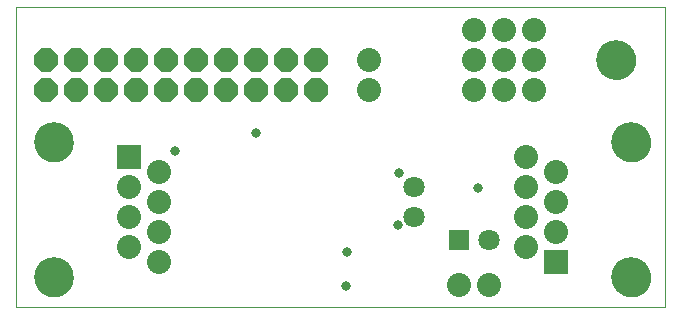
<source format=gbs>
G75*
%MOIN*%
%OFA0B0*%
%FSLAX25Y25*%
%IPPOS*%
%LPD*%
%AMOC8*
5,1,8,0,0,1.08239X$1,22.5*
%
%ADD10C,0.00000*%
%ADD11C,0.08000*%
%ADD12R,0.08000X0.08000*%
%ADD13C,0.13198*%
%ADD14OC8,0.08000*%
%ADD15C,0.07100*%
%ADD16R,0.07100X0.07100*%
%ADD17C,0.03300*%
D10*
X0031420Y0001000D02*
X0031420Y0101000D01*
X0247670Y0101000D01*
X0247670Y0001000D01*
X0031420Y0001000D01*
X0037621Y0011000D02*
X0037623Y0011158D01*
X0037629Y0011316D01*
X0037639Y0011474D01*
X0037653Y0011632D01*
X0037671Y0011789D01*
X0037692Y0011946D01*
X0037718Y0012102D01*
X0037748Y0012258D01*
X0037781Y0012413D01*
X0037819Y0012566D01*
X0037860Y0012719D01*
X0037905Y0012871D01*
X0037954Y0013022D01*
X0038007Y0013171D01*
X0038063Y0013319D01*
X0038123Y0013465D01*
X0038187Y0013610D01*
X0038255Y0013753D01*
X0038326Y0013895D01*
X0038400Y0014035D01*
X0038478Y0014172D01*
X0038560Y0014308D01*
X0038644Y0014442D01*
X0038733Y0014573D01*
X0038824Y0014702D01*
X0038919Y0014829D01*
X0039016Y0014954D01*
X0039117Y0015076D01*
X0039221Y0015195D01*
X0039328Y0015312D01*
X0039438Y0015426D01*
X0039551Y0015537D01*
X0039666Y0015646D01*
X0039784Y0015751D01*
X0039905Y0015853D01*
X0040028Y0015953D01*
X0040154Y0016049D01*
X0040282Y0016142D01*
X0040412Y0016232D01*
X0040545Y0016318D01*
X0040680Y0016402D01*
X0040816Y0016481D01*
X0040955Y0016558D01*
X0041096Y0016630D01*
X0041238Y0016700D01*
X0041382Y0016765D01*
X0041528Y0016827D01*
X0041675Y0016885D01*
X0041824Y0016940D01*
X0041974Y0016991D01*
X0042125Y0017038D01*
X0042277Y0017081D01*
X0042430Y0017120D01*
X0042585Y0017156D01*
X0042740Y0017187D01*
X0042896Y0017215D01*
X0043052Y0017239D01*
X0043209Y0017259D01*
X0043367Y0017275D01*
X0043524Y0017287D01*
X0043683Y0017295D01*
X0043841Y0017299D01*
X0043999Y0017299D01*
X0044157Y0017295D01*
X0044316Y0017287D01*
X0044473Y0017275D01*
X0044631Y0017259D01*
X0044788Y0017239D01*
X0044944Y0017215D01*
X0045100Y0017187D01*
X0045255Y0017156D01*
X0045410Y0017120D01*
X0045563Y0017081D01*
X0045715Y0017038D01*
X0045866Y0016991D01*
X0046016Y0016940D01*
X0046165Y0016885D01*
X0046312Y0016827D01*
X0046458Y0016765D01*
X0046602Y0016700D01*
X0046744Y0016630D01*
X0046885Y0016558D01*
X0047024Y0016481D01*
X0047160Y0016402D01*
X0047295Y0016318D01*
X0047428Y0016232D01*
X0047558Y0016142D01*
X0047686Y0016049D01*
X0047812Y0015953D01*
X0047935Y0015853D01*
X0048056Y0015751D01*
X0048174Y0015646D01*
X0048289Y0015537D01*
X0048402Y0015426D01*
X0048512Y0015312D01*
X0048619Y0015195D01*
X0048723Y0015076D01*
X0048824Y0014954D01*
X0048921Y0014829D01*
X0049016Y0014702D01*
X0049107Y0014573D01*
X0049196Y0014442D01*
X0049280Y0014308D01*
X0049362Y0014172D01*
X0049440Y0014035D01*
X0049514Y0013895D01*
X0049585Y0013753D01*
X0049653Y0013610D01*
X0049717Y0013465D01*
X0049777Y0013319D01*
X0049833Y0013171D01*
X0049886Y0013022D01*
X0049935Y0012871D01*
X0049980Y0012719D01*
X0050021Y0012566D01*
X0050059Y0012413D01*
X0050092Y0012258D01*
X0050122Y0012102D01*
X0050148Y0011946D01*
X0050169Y0011789D01*
X0050187Y0011632D01*
X0050201Y0011474D01*
X0050211Y0011316D01*
X0050217Y0011158D01*
X0050219Y0011000D01*
X0050217Y0010842D01*
X0050211Y0010684D01*
X0050201Y0010526D01*
X0050187Y0010368D01*
X0050169Y0010211D01*
X0050148Y0010054D01*
X0050122Y0009898D01*
X0050092Y0009742D01*
X0050059Y0009587D01*
X0050021Y0009434D01*
X0049980Y0009281D01*
X0049935Y0009129D01*
X0049886Y0008978D01*
X0049833Y0008829D01*
X0049777Y0008681D01*
X0049717Y0008535D01*
X0049653Y0008390D01*
X0049585Y0008247D01*
X0049514Y0008105D01*
X0049440Y0007965D01*
X0049362Y0007828D01*
X0049280Y0007692D01*
X0049196Y0007558D01*
X0049107Y0007427D01*
X0049016Y0007298D01*
X0048921Y0007171D01*
X0048824Y0007046D01*
X0048723Y0006924D01*
X0048619Y0006805D01*
X0048512Y0006688D01*
X0048402Y0006574D01*
X0048289Y0006463D01*
X0048174Y0006354D01*
X0048056Y0006249D01*
X0047935Y0006147D01*
X0047812Y0006047D01*
X0047686Y0005951D01*
X0047558Y0005858D01*
X0047428Y0005768D01*
X0047295Y0005682D01*
X0047160Y0005598D01*
X0047024Y0005519D01*
X0046885Y0005442D01*
X0046744Y0005370D01*
X0046602Y0005300D01*
X0046458Y0005235D01*
X0046312Y0005173D01*
X0046165Y0005115D01*
X0046016Y0005060D01*
X0045866Y0005009D01*
X0045715Y0004962D01*
X0045563Y0004919D01*
X0045410Y0004880D01*
X0045255Y0004844D01*
X0045100Y0004813D01*
X0044944Y0004785D01*
X0044788Y0004761D01*
X0044631Y0004741D01*
X0044473Y0004725D01*
X0044316Y0004713D01*
X0044157Y0004705D01*
X0043999Y0004701D01*
X0043841Y0004701D01*
X0043683Y0004705D01*
X0043524Y0004713D01*
X0043367Y0004725D01*
X0043209Y0004741D01*
X0043052Y0004761D01*
X0042896Y0004785D01*
X0042740Y0004813D01*
X0042585Y0004844D01*
X0042430Y0004880D01*
X0042277Y0004919D01*
X0042125Y0004962D01*
X0041974Y0005009D01*
X0041824Y0005060D01*
X0041675Y0005115D01*
X0041528Y0005173D01*
X0041382Y0005235D01*
X0041238Y0005300D01*
X0041096Y0005370D01*
X0040955Y0005442D01*
X0040816Y0005519D01*
X0040680Y0005598D01*
X0040545Y0005682D01*
X0040412Y0005768D01*
X0040282Y0005858D01*
X0040154Y0005951D01*
X0040028Y0006047D01*
X0039905Y0006147D01*
X0039784Y0006249D01*
X0039666Y0006354D01*
X0039551Y0006463D01*
X0039438Y0006574D01*
X0039328Y0006688D01*
X0039221Y0006805D01*
X0039117Y0006924D01*
X0039016Y0007046D01*
X0038919Y0007171D01*
X0038824Y0007298D01*
X0038733Y0007427D01*
X0038644Y0007558D01*
X0038560Y0007692D01*
X0038478Y0007828D01*
X0038400Y0007965D01*
X0038326Y0008105D01*
X0038255Y0008247D01*
X0038187Y0008390D01*
X0038123Y0008535D01*
X0038063Y0008681D01*
X0038007Y0008829D01*
X0037954Y0008978D01*
X0037905Y0009129D01*
X0037860Y0009281D01*
X0037819Y0009434D01*
X0037781Y0009587D01*
X0037748Y0009742D01*
X0037718Y0009898D01*
X0037692Y0010054D01*
X0037671Y0010211D01*
X0037653Y0010368D01*
X0037639Y0010526D01*
X0037629Y0010684D01*
X0037623Y0010842D01*
X0037621Y0011000D01*
X0037621Y0056000D02*
X0037623Y0056158D01*
X0037629Y0056316D01*
X0037639Y0056474D01*
X0037653Y0056632D01*
X0037671Y0056789D01*
X0037692Y0056946D01*
X0037718Y0057102D01*
X0037748Y0057258D01*
X0037781Y0057413D01*
X0037819Y0057566D01*
X0037860Y0057719D01*
X0037905Y0057871D01*
X0037954Y0058022D01*
X0038007Y0058171D01*
X0038063Y0058319D01*
X0038123Y0058465D01*
X0038187Y0058610D01*
X0038255Y0058753D01*
X0038326Y0058895D01*
X0038400Y0059035D01*
X0038478Y0059172D01*
X0038560Y0059308D01*
X0038644Y0059442D01*
X0038733Y0059573D01*
X0038824Y0059702D01*
X0038919Y0059829D01*
X0039016Y0059954D01*
X0039117Y0060076D01*
X0039221Y0060195D01*
X0039328Y0060312D01*
X0039438Y0060426D01*
X0039551Y0060537D01*
X0039666Y0060646D01*
X0039784Y0060751D01*
X0039905Y0060853D01*
X0040028Y0060953D01*
X0040154Y0061049D01*
X0040282Y0061142D01*
X0040412Y0061232D01*
X0040545Y0061318D01*
X0040680Y0061402D01*
X0040816Y0061481D01*
X0040955Y0061558D01*
X0041096Y0061630D01*
X0041238Y0061700D01*
X0041382Y0061765D01*
X0041528Y0061827D01*
X0041675Y0061885D01*
X0041824Y0061940D01*
X0041974Y0061991D01*
X0042125Y0062038D01*
X0042277Y0062081D01*
X0042430Y0062120D01*
X0042585Y0062156D01*
X0042740Y0062187D01*
X0042896Y0062215D01*
X0043052Y0062239D01*
X0043209Y0062259D01*
X0043367Y0062275D01*
X0043524Y0062287D01*
X0043683Y0062295D01*
X0043841Y0062299D01*
X0043999Y0062299D01*
X0044157Y0062295D01*
X0044316Y0062287D01*
X0044473Y0062275D01*
X0044631Y0062259D01*
X0044788Y0062239D01*
X0044944Y0062215D01*
X0045100Y0062187D01*
X0045255Y0062156D01*
X0045410Y0062120D01*
X0045563Y0062081D01*
X0045715Y0062038D01*
X0045866Y0061991D01*
X0046016Y0061940D01*
X0046165Y0061885D01*
X0046312Y0061827D01*
X0046458Y0061765D01*
X0046602Y0061700D01*
X0046744Y0061630D01*
X0046885Y0061558D01*
X0047024Y0061481D01*
X0047160Y0061402D01*
X0047295Y0061318D01*
X0047428Y0061232D01*
X0047558Y0061142D01*
X0047686Y0061049D01*
X0047812Y0060953D01*
X0047935Y0060853D01*
X0048056Y0060751D01*
X0048174Y0060646D01*
X0048289Y0060537D01*
X0048402Y0060426D01*
X0048512Y0060312D01*
X0048619Y0060195D01*
X0048723Y0060076D01*
X0048824Y0059954D01*
X0048921Y0059829D01*
X0049016Y0059702D01*
X0049107Y0059573D01*
X0049196Y0059442D01*
X0049280Y0059308D01*
X0049362Y0059172D01*
X0049440Y0059035D01*
X0049514Y0058895D01*
X0049585Y0058753D01*
X0049653Y0058610D01*
X0049717Y0058465D01*
X0049777Y0058319D01*
X0049833Y0058171D01*
X0049886Y0058022D01*
X0049935Y0057871D01*
X0049980Y0057719D01*
X0050021Y0057566D01*
X0050059Y0057413D01*
X0050092Y0057258D01*
X0050122Y0057102D01*
X0050148Y0056946D01*
X0050169Y0056789D01*
X0050187Y0056632D01*
X0050201Y0056474D01*
X0050211Y0056316D01*
X0050217Y0056158D01*
X0050219Y0056000D01*
X0050217Y0055842D01*
X0050211Y0055684D01*
X0050201Y0055526D01*
X0050187Y0055368D01*
X0050169Y0055211D01*
X0050148Y0055054D01*
X0050122Y0054898D01*
X0050092Y0054742D01*
X0050059Y0054587D01*
X0050021Y0054434D01*
X0049980Y0054281D01*
X0049935Y0054129D01*
X0049886Y0053978D01*
X0049833Y0053829D01*
X0049777Y0053681D01*
X0049717Y0053535D01*
X0049653Y0053390D01*
X0049585Y0053247D01*
X0049514Y0053105D01*
X0049440Y0052965D01*
X0049362Y0052828D01*
X0049280Y0052692D01*
X0049196Y0052558D01*
X0049107Y0052427D01*
X0049016Y0052298D01*
X0048921Y0052171D01*
X0048824Y0052046D01*
X0048723Y0051924D01*
X0048619Y0051805D01*
X0048512Y0051688D01*
X0048402Y0051574D01*
X0048289Y0051463D01*
X0048174Y0051354D01*
X0048056Y0051249D01*
X0047935Y0051147D01*
X0047812Y0051047D01*
X0047686Y0050951D01*
X0047558Y0050858D01*
X0047428Y0050768D01*
X0047295Y0050682D01*
X0047160Y0050598D01*
X0047024Y0050519D01*
X0046885Y0050442D01*
X0046744Y0050370D01*
X0046602Y0050300D01*
X0046458Y0050235D01*
X0046312Y0050173D01*
X0046165Y0050115D01*
X0046016Y0050060D01*
X0045866Y0050009D01*
X0045715Y0049962D01*
X0045563Y0049919D01*
X0045410Y0049880D01*
X0045255Y0049844D01*
X0045100Y0049813D01*
X0044944Y0049785D01*
X0044788Y0049761D01*
X0044631Y0049741D01*
X0044473Y0049725D01*
X0044316Y0049713D01*
X0044157Y0049705D01*
X0043999Y0049701D01*
X0043841Y0049701D01*
X0043683Y0049705D01*
X0043524Y0049713D01*
X0043367Y0049725D01*
X0043209Y0049741D01*
X0043052Y0049761D01*
X0042896Y0049785D01*
X0042740Y0049813D01*
X0042585Y0049844D01*
X0042430Y0049880D01*
X0042277Y0049919D01*
X0042125Y0049962D01*
X0041974Y0050009D01*
X0041824Y0050060D01*
X0041675Y0050115D01*
X0041528Y0050173D01*
X0041382Y0050235D01*
X0041238Y0050300D01*
X0041096Y0050370D01*
X0040955Y0050442D01*
X0040816Y0050519D01*
X0040680Y0050598D01*
X0040545Y0050682D01*
X0040412Y0050768D01*
X0040282Y0050858D01*
X0040154Y0050951D01*
X0040028Y0051047D01*
X0039905Y0051147D01*
X0039784Y0051249D01*
X0039666Y0051354D01*
X0039551Y0051463D01*
X0039438Y0051574D01*
X0039328Y0051688D01*
X0039221Y0051805D01*
X0039117Y0051924D01*
X0039016Y0052046D01*
X0038919Y0052171D01*
X0038824Y0052298D01*
X0038733Y0052427D01*
X0038644Y0052558D01*
X0038560Y0052692D01*
X0038478Y0052828D01*
X0038400Y0052965D01*
X0038326Y0053105D01*
X0038255Y0053247D01*
X0038187Y0053390D01*
X0038123Y0053535D01*
X0038063Y0053681D01*
X0038007Y0053829D01*
X0037954Y0053978D01*
X0037905Y0054129D01*
X0037860Y0054281D01*
X0037819Y0054434D01*
X0037781Y0054587D01*
X0037748Y0054742D01*
X0037718Y0054898D01*
X0037692Y0055054D01*
X0037671Y0055211D01*
X0037653Y0055368D01*
X0037639Y0055526D01*
X0037629Y0055684D01*
X0037623Y0055842D01*
X0037621Y0056000D01*
X0225121Y0083500D02*
X0225123Y0083658D01*
X0225129Y0083816D01*
X0225139Y0083974D01*
X0225153Y0084132D01*
X0225171Y0084289D01*
X0225192Y0084446D01*
X0225218Y0084602D01*
X0225248Y0084758D01*
X0225281Y0084913D01*
X0225319Y0085066D01*
X0225360Y0085219D01*
X0225405Y0085371D01*
X0225454Y0085522D01*
X0225507Y0085671D01*
X0225563Y0085819D01*
X0225623Y0085965D01*
X0225687Y0086110D01*
X0225755Y0086253D01*
X0225826Y0086395D01*
X0225900Y0086535D01*
X0225978Y0086672D01*
X0226060Y0086808D01*
X0226144Y0086942D01*
X0226233Y0087073D01*
X0226324Y0087202D01*
X0226419Y0087329D01*
X0226516Y0087454D01*
X0226617Y0087576D01*
X0226721Y0087695D01*
X0226828Y0087812D01*
X0226938Y0087926D01*
X0227051Y0088037D01*
X0227166Y0088146D01*
X0227284Y0088251D01*
X0227405Y0088353D01*
X0227528Y0088453D01*
X0227654Y0088549D01*
X0227782Y0088642D01*
X0227912Y0088732D01*
X0228045Y0088818D01*
X0228180Y0088902D01*
X0228316Y0088981D01*
X0228455Y0089058D01*
X0228596Y0089130D01*
X0228738Y0089200D01*
X0228882Y0089265D01*
X0229028Y0089327D01*
X0229175Y0089385D01*
X0229324Y0089440D01*
X0229474Y0089491D01*
X0229625Y0089538D01*
X0229777Y0089581D01*
X0229930Y0089620D01*
X0230085Y0089656D01*
X0230240Y0089687D01*
X0230396Y0089715D01*
X0230552Y0089739D01*
X0230709Y0089759D01*
X0230867Y0089775D01*
X0231024Y0089787D01*
X0231183Y0089795D01*
X0231341Y0089799D01*
X0231499Y0089799D01*
X0231657Y0089795D01*
X0231816Y0089787D01*
X0231973Y0089775D01*
X0232131Y0089759D01*
X0232288Y0089739D01*
X0232444Y0089715D01*
X0232600Y0089687D01*
X0232755Y0089656D01*
X0232910Y0089620D01*
X0233063Y0089581D01*
X0233215Y0089538D01*
X0233366Y0089491D01*
X0233516Y0089440D01*
X0233665Y0089385D01*
X0233812Y0089327D01*
X0233958Y0089265D01*
X0234102Y0089200D01*
X0234244Y0089130D01*
X0234385Y0089058D01*
X0234524Y0088981D01*
X0234660Y0088902D01*
X0234795Y0088818D01*
X0234928Y0088732D01*
X0235058Y0088642D01*
X0235186Y0088549D01*
X0235312Y0088453D01*
X0235435Y0088353D01*
X0235556Y0088251D01*
X0235674Y0088146D01*
X0235789Y0088037D01*
X0235902Y0087926D01*
X0236012Y0087812D01*
X0236119Y0087695D01*
X0236223Y0087576D01*
X0236324Y0087454D01*
X0236421Y0087329D01*
X0236516Y0087202D01*
X0236607Y0087073D01*
X0236696Y0086942D01*
X0236780Y0086808D01*
X0236862Y0086672D01*
X0236940Y0086535D01*
X0237014Y0086395D01*
X0237085Y0086253D01*
X0237153Y0086110D01*
X0237217Y0085965D01*
X0237277Y0085819D01*
X0237333Y0085671D01*
X0237386Y0085522D01*
X0237435Y0085371D01*
X0237480Y0085219D01*
X0237521Y0085066D01*
X0237559Y0084913D01*
X0237592Y0084758D01*
X0237622Y0084602D01*
X0237648Y0084446D01*
X0237669Y0084289D01*
X0237687Y0084132D01*
X0237701Y0083974D01*
X0237711Y0083816D01*
X0237717Y0083658D01*
X0237719Y0083500D01*
X0237717Y0083342D01*
X0237711Y0083184D01*
X0237701Y0083026D01*
X0237687Y0082868D01*
X0237669Y0082711D01*
X0237648Y0082554D01*
X0237622Y0082398D01*
X0237592Y0082242D01*
X0237559Y0082087D01*
X0237521Y0081934D01*
X0237480Y0081781D01*
X0237435Y0081629D01*
X0237386Y0081478D01*
X0237333Y0081329D01*
X0237277Y0081181D01*
X0237217Y0081035D01*
X0237153Y0080890D01*
X0237085Y0080747D01*
X0237014Y0080605D01*
X0236940Y0080465D01*
X0236862Y0080328D01*
X0236780Y0080192D01*
X0236696Y0080058D01*
X0236607Y0079927D01*
X0236516Y0079798D01*
X0236421Y0079671D01*
X0236324Y0079546D01*
X0236223Y0079424D01*
X0236119Y0079305D01*
X0236012Y0079188D01*
X0235902Y0079074D01*
X0235789Y0078963D01*
X0235674Y0078854D01*
X0235556Y0078749D01*
X0235435Y0078647D01*
X0235312Y0078547D01*
X0235186Y0078451D01*
X0235058Y0078358D01*
X0234928Y0078268D01*
X0234795Y0078182D01*
X0234660Y0078098D01*
X0234524Y0078019D01*
X0234385Y0077942D01*
X0234244Y0077870D01*
X0234102Y0077800D01*
X0233958Y0077735D01*
X0233812Y0077673D01*
X0233665Y0077615D01*
X0233516Y0077560D01*
X0233366Y0077509D01*
X0233215Y0077462D01*
X0233063Y0077419D01*
X0232910Y0077380D01*
X0232755Y0077344D01*
X0232600Y0077313D01*
X0232444Y0077285D01*
X0232288Y0077261D01*
X0232131Y0077241D01*
X0231973Y0077225D01*
X0231816Y0077213D01*
X0231657Y0077205D01*
X0231499Y0077201D01*
X0231341Y0077201D01*
X0231183Y0077205D01*
X0231024Y0077213D01*
X0230867Y0077225D01*
X0230709Y0077241D01*
X0230552Y0077261D01*
X0230396Y0077285D01*
X0230240Y0077313D01*
X0230085Y0077344D01*
X0229930Y0077380D01*
X0229777Y0077419D01*
X0229625Y0077462D01*
X0229474Y0077509D01*
X0229324Y0077560D01*
X0229175Y0077615D01*
X0229028Y0077673D01*
X0228882Y0077735D01*
X0228738Y0077800D01*
X0228596Y0077870D01*
X0228455Y0077942D01*
X0228316Y0078019D01*
X0228180Y0078098D01*
X0228045Y0078182D01*
X0227912Y0078268D01*
X0227782Y0078358D01*
X0227654Y0078451D01*
X0227528Y0078547D01*
X0227405Y0078647D01*
X0227284Y0078749D01*
X0227166Y0078854D01*
X0227051Y0078963D01*
X0226938Y0079074D01*
X0226828Y0079188D01*
X0226721Y0079305D01*
X0226617Y0079424D01*
X0226516Y0079546D01*
X0226419Y0079671D01*
X0226324Y0079798D01*
X0226233Y0079927D01*
X0226144Y0080058D01*
X0226060Y0080192D01*
X0225978Y0080328D01*
X0225900Y0080465D01*
X0225826Y0080605D01*
X0225755Y0080747D01*
X0225687Y0080890D01*
X0225623Y0081035D01*
X0225563Y0081181D01*
X0225507Y0081329D01*
X0225454Y0081478D01*
X0225405Y0081629D01*
X0225360Y0081781D01*
X0225319Y0081934D01*
X0225281Y0082087D01*
X0225248Y0082242D01*
X0225218Y0082398D01*
X0225192Y0082554D01*
X0225171Y0082711D01*
X0225153Y0082868D01*
X0225139Y0083026D01*
X0225129Y0083184D01*
X0225123Y0083342D01*
X0225121Y0083500D01*
X0230121Y0056000D02*
X0230123Y0056158D01*
X0230129Y0056316D01*
X0230139Y0056474D01*
X0230153Y0056632D01*
X0230171Y0056789D01*
X0230192Y0056946D01*
X0230218Y0057102D01*
X0230248Y0057258D01*
X0230281Y0057413D01*
X0230319Y0057566D01*
X0230360Y0057719D01*
X0230405Y0057871D01*
X0230454Y0058022D01*
X0230507Y0058171D01*
X0230563Y0058319D01*
X0230623Y0058465D01*
X0230687Y0058610D01*
X0230755Y0058753D01*
X0230826Y0058895D01*
X0230900Y0059035D01*
X0230978Y0059172D01*
X0231060Y0059308D01*
X0231144Y0059442D01*
X0231233Y0059573D01*
X0231324Y0059702D01*
X0231419Y0059829D01*
X0231516Y0059954D01*
X0231617Y0060076D01*
X0231721Y0060195D01*
X0231828Y0060312D01*
X0231938Y0060426D01*
X0232051Y0060537D01*
X0232166Y0060646D01*
X0232284Y0060751D01*
X0232405Y0060853D01*
X0232528Y0060953D01*
X0232654Y0061049D01*
X0232782Y0061142D01*
X0232912Y0061232D01*
X0233045Y0061318D01*
X0233180Y0061402D01*
X0233316Y0061481D01*
X0233455Y0061558D01*
X0233596Y0061630D01*
X0233738Y0061700D01*
X0233882Y0061765D01*
X0234028Y0061827D01*
X0234175Y0061885D01*
X0234324Y0061940D01*
X0234474Y0061991D01*
X0234625Y0062038D01*
X0234777Y0062081D01*
X0234930Y0062120D01*
X0235085Y0062156D01*
X0235240Y0062187D01*
X0235396Y0062215D01*
X0235552Y0062239D01*
X0235709Y0062259D01*
X0235867Y0062275D01*
X0236024Y0062287D01*
X0236183Y0062295D01*
X0236341Y0062299D01*
X0236499Y0062299D01*
X0236657Y0062295D01*
X0236816Y0062287D01*
X0236973Y0062275D01*
X0237131Y0062259D01*
X0237288Y0062239D01*
X0237444Y0062215D01*
X0237600Y0062187D01*
X0237755Y0062156D01*
X0237910Y0062120D01*
X0238063Y0062081D01*
X0238215Y0062038D01*
X0238366Y0061991D01*
X0238516Y0061940D01*
X0238665Y0061885D01*
X0238812Y0061827D01*
X0238958Y0061765D01*
X0239102Y0061700D01*
X0239244Y0061630D01*
X0239385Y0061558D01*
X0239524Y0061481D01*
X0239660Y0061402D01*
X0239795Y0061318D01*
X0239928Y0061232D01*
X0240058Y0061142D01*
X0240186Y0061049D01*
X0240312Y0060953D01*
X0240435Y0060853D01*
X0240556Y0060751D01*
X0240674Y0060646D01*
X0240789Y0060537D01*
X0240902Y0060426D01*
X0241012Y0060312D01*
X0241119Y0060195D01*
X0241223Y0060076D01*
X0241324Y0059954D01*
X0241421Y0059829D01*
X0241516Y0059702D01*
X0241607Y0059573D01*
X0241696Y0059442D01*
X0241780Y0059308D01*
X0241862Y0059172D01*
X0241940Y0059035D01*
X0242014Y0058895D01*
X0242085Y0058753D01*
X0242153Y0058610D01*
X0242217Y0058465D01*
X0242277Y0058319D01*
X0242333Y0058171D01*
X0242386Y0058022D01*
X0242435Y0057871D01*
X0242480Y0057719D01*
X0242521Y0057566D01*
X0242559Y0057413D01*
X0242592Y0057258D01*
X0242622Y0057102D01*
X0242648Y0056946D01*
X0242669Y0056789D01*
X0242687Y0056632D01*
X0242701Y0056474D01*
X0242711Y0056316D01*
X0242717Y0056158D01*
X0242719Y0056000D01*
X0242717Y0055842D01*
X0242711Y0055684D01*
X0242701Y0055526D01*
X0242687Y0055368D01*
X0242669Y0055211D01*
X0242648Y0055054D01*
X0242622Y0054898D01*
X0242592Y0054742D01*
X0242559Y0054587D01*
X0242521Y0054434D01*
X0242480Y0054281D01*
X0242435Y0054129D01*
X0242386Y0053978D01*
X0242333Y0053829D01*
X0242277Y0053681D01*
X0242217Y0053535D01*
X0242153Y0053390D01*
X0242085Y0053247D01*
X0242014Y0053105D01*
X0241940Y0052965D01*
X0241862Y0052828D01*
X0241780Y0052692D01*
X0241696Y0052558D01*
X0241607Y0052427D01*
X0241516Y0052298D01*
X0241421Y0052171D01*
X0241324Y0052046D01*
X0241223Y0051924D01*
X0241119Y0051805D01*
X0241012Y0051688D01*
X0240902Y0051574D01*
X0240789Y0051463D01*
X0240674Y0051354D01*
X0240556Y0051249D01*
X0240435Y0051147D01*
X0240312Y0051047D01*
X0240186Y0050951D01*
X0240058Y0050858D01*
X0239928Y0050768D01*
X0239795Y0050682D01*
X0239660Y0050598D01*
X0239524Y0050519D01*
X0239385Y0050442D01*
X0239244Y0050370D01*
X0239102Y0050300D01*
X0238958Y0050235D01*
X0238812Y0050173D01*
X0238665Y0050115D01*
X0238516Y0050060D01*
X0238366Y0050009D01*
X0238215Y0049962D01*
X0238063Y0049919D01*
X0237910Y0049880D01*
X0237755Y0049844D01*
X0237600Y0049813D01*
X0237444Y0049785D01*
X0237288Y0049761D01*
X0237131Y0049741D01*
X0236973Y0049725D01*
X0236816Y0049713D01*
X0236657Y0049705D01*
X0236499Y0049701D01*
X0236341Y0049701D01*
X0236183Y0049705D01*
X0236024Y0049713D01*
X0235867Y0049725D01*
X0235709Y0049741D01*
X0235552Y0049761D01*
X0235396Y0049785D01*
X0235240Y0049813D01*
X0235085Y0049844D01*
X0234930Y0049880D01*
X0234777Y0049919D01*
X0234625Y0049962D01*
X0234474Y0050009D01*
X0234324Y0050060D01*
X0234175Y0050115D01*
X0234028Y0050173D01*
X0233882Y0050235D01*
X0233738Y0050300D01*
X0233596Y0050370D01*
X0233455Y0050442D01*
X0233316Y0050519D01*
X0233180Y0050598D01*
X0233045Y0050682D01*
X0232912Y0050768D01*
X0232782Y0050858D01*
X0232654Y0050951D01*
X0232528Y0051047D01*
X0232405Y0051147D01*
X0232284Y0051249D01*
X0232166Y0051354D01*
X0232051Y0051463D01*
X0231938Y0051574D01*
X0231828Y0051688D01*
X0231721Y0051805D01*
X0231617Y0051924D01*
X0231516Y0052046D01*
X0231419Y0052171D01*
X0231324Y0052298D01*
X0231233Y0052427D01*
X0231144Y0052558D01*
X0231060Y0052692D01*
X0230978Y0052828D01*
X0230900Y0052965D01*
X0230826Y0053105D01*
X0230755Y0053247D01*
X0230687Y0053390D01*
X0230623Y0053535D01*
X0230563Y0053681D01*
X0230507Y0053829D01*
X0230454Y0053978D01*
X0230405Y0054129D01*
X0230360Y0054281D01*
X0230319Y0054434D01*
X0230281Y0054587D01*
X0230248Y0054742D01*
X0230218Y0054898D01*
X0230192Y0055054D01*
X0230171Y0055211D01*
X0230153Y0055368D01*
X0230139Y0055526D01*
X0230129Y0055684D01*
X0230123Y0055842D01*
X0230121Y0056000D01*
X0230121Y0011000D02*
X0230123Y0011158D01*
X0230129Y0011316D01*
X0230139Y0011474D01*
X0230153Y0011632D01*
X0230171Y0011789D01*
X0230192Y0011946D01*
X0230218Y0012102D01*
X0230248Y0012258D01*
X0230281Y0012413D01*
X0230319Y0012566D01*
X0230360Y0012719D01*
X0230405Y0012871D01*
X0230454Y0013022D01*
X0230507Y0013171D01*
X0230563Y0013319D01*
X0230623Y0013465D01*
X0230687Y0013610D01*
X0230755Y0013753D01*
X0230826Y0013895D01*
X0230900Y0014035D01*
X0230978Y0014172D01*
X0231060Y0014308D01*
X0231144Y0014442D01*
X0231233Y0014573D01*
X0231324Y0014702D01*
X0231419Y0014829D01*
X0231516Y0014954D01*
X0231617Y0015076D01*
X0231721Y0015195D01*
X0231828Y0015312D01*
X0231938Y0015426D01*
X0232051Y0015537D01*
X0232166Y0015646D01*
X0232284Y0015751D01*
X0232405Y0015853D01*
X0232528Y0015953D01*
X0232654Y0016049D01*
X0232782Y0016142D01*
X0232912Y0016232D01*
X0233045Y0016318D01*
X0233180Y0016402D01*
X0233316Y0016481D01*
X0233455Y0016558D01*
X0233596Y0016630D01*
X0233738Y0016700D01*
X0233882Y0016765D01*
X0234028Y0016827D01*
X0234175Y0016885D01*
X0234324Y0016940D01*
X0234474Y0016991D01*
X0234625Y0017038D01*
X0234777Y0017081D01*
X0234930Y0017120D01*
X0235085Y0017156D01*
X0235240Y0017187D01*
X0235396Y0017215D01*
X0235552Y0017239D01*
X0235709Y0017259D01*
X0235867Y0017275D01*
X0236024Y0017287D01*
X0236183Y0017295D01*
X0236341Y0017299D01*
X0236499Y0017299D01*
X0236657Y0017295D01*
X0236816Y0017287D01*
X0236973Y0017275D01*
X0237131Y0017259D01*
X0237288Y0017239D01*
X0237444Y0017215D01*
X0237600Y0017187D01*
X0237755Y0017156D01*
X0237910Y0017120D01*
X0238063Y0017081D01*
X0238215Y0017038D01*
X0238366Y0016991D01*
X0238516Y0016940D01*
X0238665Y0016885D01*
X0238812Y0016827D01*
X0238958Y0016765D01*
X0239102Y0016700D01*
X0239244Y0016630D01*
X0239385Y0016558D01*
X0239524Y0016481D01*
X0239660Y0016402D01*
X0239795Y0016318D01*
X0239928Y0016232D01*
X0240058Y0016142D01*
X0240186Y0016049D01*
X0240312Y0015953D01*
X0240435Y0015853D01*
X0240556Y0015751D01*
X0240674Y0015646D01*
X0240789Y0015537D01*
X0240902Y0015426D01*
X0241012Y0015312D01*
X0241119Y0015195D01*
X0241223Y0015076D01*
X0241324Y0014954D01*
X0241421Y0014829D01*
X0241516Y0014702D01*
X0241607Y0014573D01*
X0241696Y0014442D01*
X0241780Y0014308D01*
X0241862Y0014172D01*
X0241940Y0014035D01*
X0242014Y0013895D01*
X0242085Y0013753D01*
X0242153Y0013610D01*
X0242217Y0013465D01*
X0242277Y0013319D01*
X0242333Y0013171D01*
X0242386Y0013022D01*
X0242435Y0012871D01*
X0242480Y0012719D01*
X0242521Y0012566D01*
X0242559Y0012413D01*
X0242592Y0012258D01*
X0242622Y0012102D01*
X0242648Y0011946D01*
X0242669Y0011789D01*
X0242687Y0011632D01*
X0242701Y0011474D01*
X0242711Y0011316D01*
X0242717Y0011158D01*
X0242719Y0011000D01*
X0242717Y0010842D01*
X0242711Y0010684D01*
X0242701Y0010526D01*
X0242687Y0010368D01*
X0242669Y0010211D01*
X0242648Y0010054D01*
X0242622Y0009898D01*
X0242592Y0009742D01*
X0242559Y0009587D01*
X0242521Y0009434D01*
X0242480Y0009281D01*
X0242435Y0009129D01*
X0242386Y0008978D01*
X0242333Y0008829D01*
X0242277Y0008681D01*
X0242217Y0008535D01*
X0242153Y0008390D01*
X0242085Y0008247D01*
X0242014Y0008105D01*
X0241940Y0007965D01*
X0241862Y0007828D01*
X0241780Y0007692D01*
X0241696Y0007558D01*
X0241607Y0007427D01*
X0241516Y0007298D01*
X0241421Y0007171D01*
X0241324Y0007046D01*
X0241223Y0006924D01*
X0241119Y0006805D01*
X0241012Y0006688D01*
X0240902Y0006574D01*
X0240789Y0006463D01*
X0240674Y0006354D01*
X0240556Y0006249D01*
X0240435Y0006147D01*
X0240312Y0006047D01*
X0240186Y0005951D01*
X0240058Y0005858D01*
X0239928Y0005768D01*
X0239795Y0005682D01*
X0239660Y0005598D01*
X0239524Y0005519D01*
X0239385Y0005442D01*
X0239244Y0005370D01*
X0239102Y0005300D01*
X0238958Y0005235D01*
X0238812Y0005173D01*
X0238665Y0005115D01*
X0238516Y0005060D01*
X0238366Y0005009D01*
X0238215Y0004962D01*
X0238063Y0004919D01*
X0237910Y0004880D01*
X0237755Y0004844D01*
X0237600Y0004813D01*
X0237444Y0004785D01*
X0237288Y0004761D01*
X0237131Y0004741D01*
X0236973Y0004725D01*
X0236816Y0004713D01*
X0236657Y0004705D01*
X0236499Y0004701D01*
X0236341Y0004701D01*
X0236183Y0004705D01*
X0236024Y0004713D01*
X0235867Y0004725D01*
X0235709Y0004741D01*
X0235552Y0004761D01*
X0235396Y0004785D01*
X0235240Y0004813D01*
X0235085Y0004844D01*
X0234930Y0004880D01*
X0234777Y0004919D01*
X0234625Y0004962D01*
X0234474Y0005009D01*
X0234324Y0005060D01*
X0234175Y0005115D01*
X0234028Y0005173D01*
X0233882Y0005235D01*
X0233738Y0005300D01*
X0233596Y0005370D01*
X0233455Y0005442D01*
X0233316Y0005519D01*
X0233180Y0005598D01*
X0233045Y0005682D01*
X0232912Y0005768D01*
X0232782Y0005858D01*
X0232654Y0005951D01*
X0232528Y0006047D01*
X0232405Y0006147D01*
X0232284Y0006249D01*
X0232166Y0006354D01*
X0232051Y0006463D01*
X0231938Y0006574D01*
X0231828Y0006688D01*
X0231721Y0006805D01*
X0231617Y0006924D01*
X0231516Y0007046D01*
X0231419Y0007171D01*
X0231324Y0007298D01*
X0231233Y0007427D01*
X0231144Y0007558D01*
X0231060Y0007692D01*
X0230978Y0007828D01*
X0230900Y0007965D01*
X0230826Y0008105D01*
X0230755Y0008247D01*
X0230687Y0008390D01*
X0230623Y0008535D01*
X0230563Y0008681D01*
X0230507Y0008829D01*
X0230454Y0008978D01*
X0230405Y0009129D01*
X0230360Y0009281D01*
X0230319Y0009434D01*
X0230281Y0009587D01*
X0230248Y0009742D01*
X0230218Y0009898D01*
X0230192Y0010054D01*
X0230171Y0010211D01*
X0230153Y0010368D01*
X0230139Y0010526D01*
X0230129Y0010684D01*
X0230123Y0010842D01*
X0230121Y0011000D01*
D11*
X0201420Y0021000D03*
X0211420Y0026000D03*
X0201420Y0031000D03*
X0211420Y0036000D03*
X0201420Y0041000D03*
X0211420Y0046000D03*
X0201420Y0051000D03*
X0203920Y0073500D03*
X0193920Y0073500D03*
X0183920Y0073500D03*
X0183920Y0083500D03*
X0193920Y0083500D03*
X0203920Y0083500D03*
X0203920Y0093500D03*
X0193920Y0093500D03*
X0183920Y0093500D03*
X0148920Y0083500D03*
X0148920Y0073500D03*
X0078920Y0046000D03*
X0068920Y0041000D03*
X0078920Y0036000D03*
X0068920Y0031000D03*
X0078920Y0026000D03*
X0068920Y0021000D03*
X0078920Y0016000D03*
X0178920Y0008500D03*
X0188920Y0008500D03*
D12*
X0211420Y0016000D03*
X0068920Y0051000D03*
D13*
X0043920Y0056000D03*
X0043920Y0011000D03*
X0236420Y0011000D03*
X0236420Y0056000D03*
X0231420Y0083500D03*
D14*
X0131420Y0083500D03*
X0121420Y0083500D03*
X0111420Y0083500D03*
X0101420Y0083500D03*
X0091420Y0083500D03*
X0081420Y0083500D03*
X0071420Y0083500D03*
X0061420Y0083500D03*
X0051420Y0083500D03*
X0041420Y0083500D03*
X0041420Y0073500D03*
X0051420Y0073500D03*
X0061420Y0073500D03*
X0071420Y0073500D03*
X0081420Y0073500D03*
X0091420Y0073500D03*
X0101420Y0073500D03*
X0111420Y0073500D03*
X0121420Y0073500D03*
X0131420Y0073500D03*
D15*
X0163920Y0041000D03*
X0163920Y0031000D03*
X0188920Y0023500D03*
D16*
X0178920Y0023500D03*
D17*
X0158820Y0028650D03*
X0141670Y0019550D03*
X0141320Y0008000D03*
X0185420Y0040900D03*
X0159170Y0045800D03*
X0111220Y0059100D03*
X0084270Y0053150D03*
M02*

</source>
